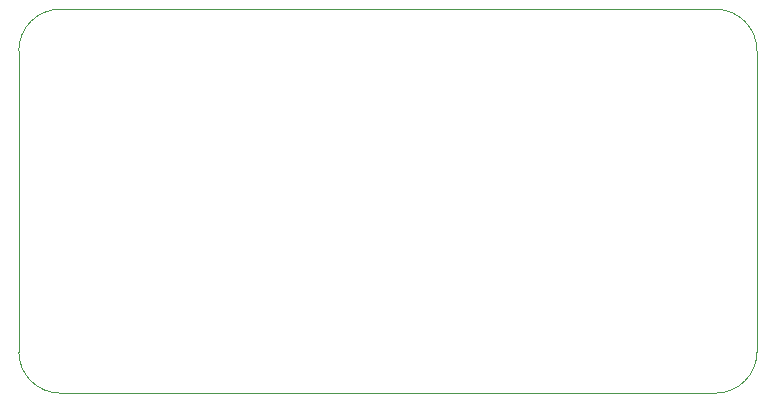
<source format=gm1>
G04 #@! TF.GenerationSoftware,KiCad,Pcbnew,8.0.0-rc1*
G04 #@! TF.CreationDate,2025-07-19T19:19:54+02:00*
G04 #@! TF.ProjectId,Pneumatic control unit system,506e6575-6d61-4746-9963-20636f6e7472,rev?*
G04 #@! TF.SameCoordinates,Original*
G04 #@! TF.FileFunction,Profile,NP*
%FSLAX46Y46*%
G04 Gerber Fmt 4.6, Leading zero omitted, Abs format (unit mm)*
G04 Created by KiCad (PCBNEW 8.0.0-rc1) date 2025-07-19 19:19:54*
%MOMM*%
%LPD*%
G01*
G04 APERTURE LIST*
G04 #@! TA.AperFunction,Profile*
%ADD10C,0.050000*%
G04 #@! TD*
G04 APERTURE END LIST*
D10*
X83000000Y-50500000D02*
X83000000Y-25000000D01*
X83000000Y-50500000D02*
G75*
G02*
X79500000Y-54000000I-3500000J0D01*
G01*
X24000000Y-54000000D02*
X79500000Y-54000000D01*
X20500000Y-25000000D02*
X20500000Y-50500000D01*
X20500000Y-25000000D02*
G75*
G02*
X24000000Y-21500000I3500000J0D01*
G01*
X79500000Y-21500000D02*
X24000000Y-21500000D01*
X79500000Y-21500000D02*
G75*
G02*
X83000000Y-25000000I0J-3500000D01*
G01*
X24000000Y-54000000D02*
G75*
G02*
X20500000Y-50500000I0J3500000D01*
G01*
M02*

</source>
